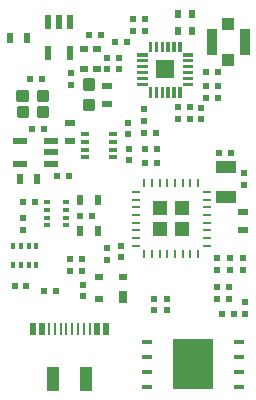
<source format=gbr>
G04 EAGLE Gerber RS-274X export*
G75*
%MOMM*%
%FSLAX34Y34*%
%LPD*%
%INSolderpaste Top*%
%IPPOS*%
%AMOC8*
5,1,8,0,0,1.08239X$1,22.5*%
G01*
%ADD10R,0.600000X0.500000*%
%ADD11R,0.600000X0.900000*%
%ADD12R,0.900000X0.600000*%
%ADD13R,0.500000X0.600000*%
%ADD14R,1.800000X1.000000*%
%ADD15R,0.700000X0.250000*%
%ADD16R,0.250000X0.700000*%
%ADD17R,1.300000X1.300000*%
%ADD18R,0.711200X1.016000*%
%ADD19R,0.685800X0.609600*%
%ADD20R,1.580000X1.580000*%
%ADD21C,0.067500*%
%ADD22R,0.850000X2.200000*%
%ADD23R,1.000000X1.050000*%
%ADD24R,0.600000X0.800000*%
%ADD25C,0.300000*%
%ADD26R,0.520000X1.000000*%
%ADD27R,0.270000X1.000000*%
%ADD28R,1.000000X2.000000*%
%ADD29R,0.750000X0.600000*%
%ADD30R,1.200000X0.550000*%
%ADD31R,0.800000X0.450000*%
%ADD32R,0.450000X0.600000*%
%ADD33R,0.600000X0.450000*%
%ADD34R,0.550000X1.200000*%
%ADD35R,0.950000X0.450000*%
%ADD36R,3.450000X4.350000*%


D10*
X213140Y81150D03*
X213140Y91150D03*
D11*
X88842Y177359D03*
X73842Y177359D03*
D10*
X147200Y94195D03*
X147200Y84195D03*
X189960Y128520D03*
X189960Y118520D03*
X200520Y128520D03*
X200520Y118520D03*
D12*
X211420Y152620D03*
X211420Y167620D03*
D10*
X136340Y94195D03*
X136340Y84195D03*
X211680Y128620D03*
X211680Y118620D03*
D13*
X83759Y164582D03*
X73759Y164582D03*
D11*
X88867Y151621D03*
X73867Y151621D03*
D10*
X212780Y190680D03*
X212780Y200680D03*
D13*
X191780Y217520D03*
X201780Y217520D03*
D14*
X197280Y205520D03*
X197280Y180520D03*
D15*
X180840Y139110D03*
X180840Y145610D03*
X180840Y152110D03*
X180840Y158610D03*
X180840Y165110D03*
X180840Y171610D03*
X180840Y178110D03*
X180840Y184610D03*
D16*
X173590Y191860D03*
X167090Y191860D03*
X160590Y191860D03*
X154090Y191860D03*
X147590Y191860D03*
X141090Y191860D03*
X134590Y191860D03*
X128090Y191860D03*
D15*
X120840Y184610D03*
X120840Y178110D03*
X120840Y171610D03*
X120840Y165110D03*
X120840Y158610D03*
X120840Y152110D03*
X120840Y145610D03*
X120840Y139110D03*
D16*
X128090Y131860D03*
X134590Y131860D03*
X141090Y131860D03*
X147590Y131860D03*
X154090Y131860D03*
X160590Y131860D03*
X167090Y131860D03*
X173590Y131860D03*
D17*
X159840Y152860D03*
X159840Y170860D03*
X141840Y170860D03*
X141840Y152860D03*
D18*
X110330Y95880D03*
D19*
X110330Y112898D03*
X90010Y112898D03*
X90010Y94102D03*
D13*
X103590Y311640D03*
X113590Y311640D03*
D20*
X145405Y288530D03*
D21*
X160792Y277043D02*
X168718Y277043D01*
X168718Y275017D01*
X160792Y275017D01*
X160792Y277043D01*
X160792Y275658D02*
X168718Y275658D01*
X168718Y276299D02*
X160792Y276299D01*
X160792Y276940D02*
X168718Y276940D01*
X168718Y282043D02*
X160792Y282043D01*
X168718Y282043D02*
X168718Y280017D01*
X160792Y280017D01*
X160792Y282043D01*
X160792Y280658D02*
X168718Y280658D01*
X168718Y281299D02*
X160792Y281299D01*
X160792Y281940D02*
X168718Y281940D01*
X168718Y287043D02*
X160792Y287043D01*
X168718Y287043D02*
X168718Y285017D01*
X160792Y285017D01*
X160792Y287043D01*
X160792Y285658D02*
X168718Y285658D01*
X168718Y286299D02*
X160792Y286299D01*
X160792Y286940D02*
X168718Y286940D01*
X168718Y292043D02*
X160792Y292043D01*
X168718Y292043D02*
X168718Y290017D01*
X160792Y290017D01*
X160792Y292043D01*
X160792Y290658D02*
X168718Y290658D01*
X168718Y291299D02*
X160792Y291299D01*
X160792Y291940D02*
X168718Y291940D01*
X168718Y297043D02*
X160792Y297043D01*
X168718Y297043D02*
X168718Y295017D01*
X160792Y295017D01*
X160792Y297043D01*
X160792Y295658D02*
X168718Y295658D01*
X168718Y296299D02*
X160792Y296299D01*
X160792Y296940D02*
X168718Y296940D01*
X168718Y302043D02*
X160792Y302043D01*
X168718Y302043D02*
X168718Y300017D01*
X160792Y300017D01*
X160792Y302043D01*
X160792Y300658D02*
X168718Y300658D01*
X168718Y301299D02*
X160792Y301299D01*
X160792Y301940D02*
X168718Y301940D01*
X156892Y303917D02*
X156892Y311843D01*
X158918Y311843D01*
X158918Y303917D01*
X156892Y303917D01*
X156892Y304558D02*
X158918Y304558D01*
X158918Y305199D02*
X156892Y305199D01*
X156892Y305840D02*
X158918Y305840D01*
X158918Y306481D02*
X156892Y306481D01*
X156892Y307122D02*
X158918Y307122D01*
X158918Y307763D02*
X156892Y307763D01*
X156892Y308404D02*
X158918Y308404D01*
X158918Y309045D02*
X156892Y309045D01*
X156892Y309686D02*
X158918Y309686D01*
X158918Y310327D02*
X156892Y310327D01*
X156892Y310968D02*
X158918Y310968D01*
X158918Y311609D02*
X156892Y311609D01*
X151892Y311843D02*
X151892Y303917D01*
X151892Y311843D02*
X153918Y311843D01*
X153918Y303917D01*
X151892Y303917D01*
X151892Y304558D02*
X153918Y304558D01*
X153918Y305199D02*
X151892Y305199D01*
X151892Y305840D02*
X153918Y305840D01*
X153918Y306481D02*
X151892Y306481D01*
X151892Y307122D02*
X153918Y307122D01*
X153918Y307763D02*
X151892Y307763D01*
X151892Y308404D02*
X153918Y308404D01*
X153918Y309045D02*
X151892Y309045D01*
X151892Y309686D02*
X153918Y309686D01*
X153918Y310327D02*
X151892Y310327D01*
X151892Y310968D02*
X153918Y310968D01*
X153918Y311609D02*
X151892Y311609D01*
X146892Y311843D02*
X146892Y303917D01*
X146892Y311843D02*
X148918Y311843D01*
X148918Y303917D01*
X146892Y303917D01*
X146892Y304558D02*
X148918Y304558D01*
X148918Y305199D02*
X146892Y305199D01*
X146892Y305840D02*
X148918Y305840D01*
X148918Y306481D02*
X146892Y306481D01*
X146892Y307122D02*
X148918Y307122D01*
X148918Y307763D02*
X146892Y307763D01*
X146892Y308404D02*
X148918Y308404D01*
X148918Y309045D02*
X146892Y309045D01*
X146892Y309686D02*
X148918Y309686D01*
X148918Y310327D02*
X146892Y310327D01*
X146892Y310968D02*
X148918Y310968D01*
X148918Y311609D02*
X146892Y311609D01*
X141892Y311843D02*
X141892Y303917D01*
X141892Y311843D02*
X143918Y311843D01*
X143918Y303917D01*
X141892Y303917D01*
X141892Y304558D02*
X143918Y304558D01*
X143918Y305199D02*
X141892Y305199D01*
X141892Y305840D02*
X143918Y305840D01*
X143918Y306481D02*
X141892Y306481D01*
X141892Y307122D02*
X143918Y307122D01*
X143918Y307763D02*
X141892Y307763D01*
X141892Y308404D02*
X143918Y308404D01*
X143918Y309045D02*
X141892Y309045D01*
X141892Y309686D02*
X143918Y309686D01*
X143918Y310327D02*
X141892Y310327D01*
X141892Y310968D02*
X143918Y310968D01*
X143918Y311609D02*
X141892Y311609D01*
X136892Y311843D02*
X136892Y303917D01*
X136892Y311843D02*
X138918Y311843D01*
X138918Y303917D01*
X136892Y303917D01*
X136892Y304558D02*
X138918Y304558D01*
X138918Y305199D02*
X136892Y305199D01*
X136892Y305840D02*
X138918Y305840D01*
X138918Y306481D02*
X136892Y306481D01*
X136892Y307122D02*
X138918Y307122D01*
X138918Y307763D02*
X136892Y307763D01*
X136892Y308404D02*
X138918Y308404D01*
X138918Y309045D02*
X136892Y309045D01*
X136892Y309686D02*
X138918Y309686D01*
X138918Y310327D02*
X136892Y310327D01*
X136892Y310968D02*
X138918Y310968D01*
X138918Y311609D02*
X136892Y311609D01*
X131892Y311843D02*
X131892Y303917D01*
X131892Y311843D02*
X133918Y311843D01*
X133918Y303917D01*
X131892Y303917D01*
X131892Y304558D02*
X133918Y304558D01*
X133918Y305199D02*
X131892Y305199D01*
X131892Y305840D02*
X133918Y305840D01*
X133918Y306481D02*
X131892Y306481D01*
X131892Y307122D02*
X133918Y307122D01*
X133918Y307763D02*
X131892Y307763D01*
X131892Y308404D02*
X133918Y308404D01*
X133918Y309045D02*
X131892Y309045D01*
X131892Y309686D02*
X133918Y309686D01*
X133918Y310327D02*
X131892Y310327D01*
X131892Y310968D02*
X133918Y310968D01*
X133918Y311609D02*
X131892Y311609D01*
X130018Y302043D02*
X122092Y302043D01*
X130018Y302043D02*
X130018Y300017D01*
X122092Y300017D01*
X122092Y302043D01*
X122092Y300658D02*
X130018Y300658D01*
X130018Y301299D02*
X122092Y301299D01*
X122092Y301940D02*
X130018Y301940D01*
X130018Y297043D02*
X122092Y297043D01*
X130018Y297043D02*
X130018Y295017D01*
X122092Y295017D01*
X122092Y297043D01*
X122092Y295658D02*
X130018Y295658D01*
X130018Y296299D02*
X122092Y296299D01*
X122092Y296940D02*
X130018Y296940D01*
X130018Y292043D02*
X122092Y292043D01*
X130018Y292043D02*
X130018Y290017D01*
X122092Y290017D01*
X122092Y292043D01*
X122092Y290658D02*
X130018Y290658D01*
X130018Y291299D02*
X122092Y291299D01*
X122092Y291940D02*
X130018Y291940D01*
X130018Y287043D02*
X122092Y287043D01*
X130018Y287043D02*
X130018Y285017D01*
X122092Y285017D01*
X122092Y287043D01*
X122092Y285658D02*
X130018Y285658D01*
X130018Y286299D02*
X122092Y286299D01*
X122092Y286940D02*
X130018Y286940D01*
X130018Y282043D02*
X122092Y282043D01*
X130018Y282043D02*
X130018Y280017D01*
X122092Y280017D01*
X122092Y282043D01*
X122092Y280658D02*
X130018Y280658D01*
X130018Y281299D02*
X122092Y281299D01*
X122092Y281940D02*
X130018Y281940D01*
X130018Y277043D02*
X122092Y277043D01*
X130018Y277043D02*
X130018Y275017D01*
X122092Y275017D01*
X122092Y277043D01*
X122092Y275658D02*
X130018Y275658D01*
X130018Y276299D02*
X122092Y276299D01*
X122092Y276940D02*
X130018Y276940D01*
X131892Y273143D02*
X131892Y265217D01*
X131892Y273143D02*
X133918Y273143D01*
X133918Y265217D01*
X131892Y265217D01*
X131892Y265858D02*
X133918Y265858D01*
X133918Y266499D02*
X131892Y266499D01*
X131892Y267140D02*
X133918Y267140D01*
X133918Y267781D02*
X131892Y267781D01*
X131892Y268422D02*
X133918Y268422D01*
X133918Y269063D02*
X131892Y269063D01*
X131892Y269704D02*
X133918Y269704D01*
X133918Y270345D02*
X131892Y270345D01*
X131892Y270986D02*
X133918Y270986D01*
X133918Y271627D02*
X131892Y271627D01*
X131892Y272268D02*
X133918Y272268D01*
X133918Y272909D02*
X131892Y272909D01*
X136892Y273143D02*
X136892Y265217D01*
X136892Y273143D02*
X138918Y273143D01*
X138918Y265217D01*
X136892Y265217D01*
X136892Y265858D02*
X138918Y265858D01*
X138918Y266499D02*
X136892Y266499D01*
X136892Y267140D02*
X138918Y267140D01*
X138918Y267781D02*
X136892Y267781D01*
X136892Y268422D02*
X138918Y268422D01*
X138918Y269063D02*
X136892Y269063D01*
X136892Y269704D02*
X138918Y269704D01*
X138918Y270345D02*
X136892Y270345D01*
X136892Y270986D02*
X138918Y270986D01*
X138918Y271627D02*
X136892Y271627D01*
X136892Y272268D02*
X138918Y272268D01*
X138918Y272909D02*
X136892Y272909D01*
X141892Y273143D02*
X141892Y265217D01*
X141892Y273143D02*
X143918Y273143D01*
X143918Y265217D01*
X141892Y265217D01*
X141892Y265858D02*
X143918Y265858D01*
X143918Y266499D02*
X141892Y266499D01*
X141892Y267140D02*
X143918Y267140D01*
X143918Y267781D02*
X141892Y267781D01*
X141892Y268422D02*
X143918Y268422D01*
X143918Y269063D02*
X141892Y269063D01*
X141892Y269704D02*
X143918Y269704D01*
X143918Y270345D02*
X141892Y270345D01*
X141892Y270986D02*
X143918Y270986D01*
X143918Y271627D02*
X141892Y271627D01*
X141892Y272268D02*
X143918Y272268D01*
X143918Y272909D02*
X141892Y272909D01*
X146892Y273143D02*
X146892Y265217D01*
X146892Y273143D02*
X148918Y273143D01*
X148918Y265217D01*
X146892Y265217D01*
X146892Y265858D02*
X148918Y265858D01*
X148918Y266499D02*
X146892Y266499D01*
X146892Y267140D02*
X148918Y267140D01*
X148918Y267781D02*
X146892Y267781D01*
X146892Y268422D02*
X148918Y268422D01*
X148918Y269063D02*
X146892Y269063D01*
X146892Y269704D02*
X148918Y269704D01*
X148918Y270345D02*
X146892Y270345D01*
X146892Y270986D02*
X148918Y270986D01*
X148918Y271627D02*
X146892Y271627D01*
X146892Y272268D02*
X148918Y272268D01*
X148918Y272909D02*
X146892Y272909D01*
X151892Y273143D02*
X151892Y265217D01*
X151892Y273143D02*
X153918Y273143D01*
X153918Y265217D01*
X151892Y265217D01*
X151892Y265858D02*
X153918Y265858D01*
X153918Y266499D02*
X151892Y266499D01*
X151892Y267140D02*
X153918Y267140D01*
X153918Y267781D02*
X151892Y267781D01*
X151892Y268422D02*
X153918Y268422D01*
X153918Y269063D02*
X151892Y269063D01*
X151892Y269704D02*
X153918Y269704D01*
X153918Y270345D02*
X151892Y270345D01*
X151892Y270986D02*
X153918Y270986D01*
X153918Y271627D02*
X151892Y271627D01*
X151892Y272268D02*
X153918Y272268D01*
X153918Y272909D02*
X151892Y272909D01*
X156892Y273143D02*
X156892Y265217D01*
X156892Y273143D02*
X158918Y273143D01*
X158918Y265217D01*
X156892Y265217D01*
X156892Y265858D02*
X158918Y265858D01*
X158918Y266499D02*
X156892Y266499D01*
X156892Y267140D02*
X158918Y267140D01*
X158918Y267781D02*
X156892Y267781D01*
X156892Y268422D02*
X158918Y268422D01*
X158918Y269063D02*
X156892Y269063D01*
X156892Y269704D02*
X158918Y269704D01*
X158918Y270345D02*
X156892Y270345D01*
X156892Y270986D02*
X158918Y270986D01*
X158918Y271627D02*
X156892Y271627D01*
X156892Y272268D02*
X158918Y272268D01*
X158918Y272909D02*
X156892Y272909D01*
D13*
X118820Y330740D03*
X128820Y330740D03*
X106590Y288530D03*
X96590Y288530D03*
X106600Y298190D03*
X96600Y298190D03*
X128820Y321215D03*
X118820Y321215D03*
X167060Y256160D03*
X157060Y256160D03*
X167100Y246620D03*
X157100Y246620D03*
D10*
X175780Y245900D03*
X175780Y255900D03*
D13*
X190410Y264400D03*
X180410Y264400D03*
X180410Y285990D03*
X190410Y285990D03*
D22*
X213130Y311390D03*
X185630Y311390D03*
D23*
X199380Y296140D03*
X199380Y326640D03*
D24*
X156550Y320900D03*
X168550Y320900D03*
X168550Y334900D03*
X156550Y334900D03*
D13*
X180410Y274560D03*
X190410Y274560D03*
X199480Y104250D03*
X189480Y104250D03*
X199560Y94240D03*
X189560Y94240D03*
X204060Y81070D03*
X194060Y81070D03*
D25*
X46081Y262200D02*
X46081Y269200D01*
X46081Y262200D02*
X39081Y262200D01*
X39081Y269200D01*
X46081Y269200D01*
X46081Y265050D02*
X39081Y265050D01*
X39081Y267900D02*
X46081Y267900D01*
X28541Y269200D02*
X28541Y262200D01*
X21541Y262200D01*
X21541Y269200D01*
X28541Y269200D01*
X28541Y265050D02*
X21541Y265050D01*
X21541Y267900D02*
X28541Y267900D01*
X46174Y255580D02*
X46174Y248580D01*
X39174Y248580D01*
X39174Y255580D01*
X46174Y255580D01*
X46174Y251430D02*
X39174Y251430D01*
X39174Y254280D02*
X46174Y254280D01*
X28634Y255580D02*
X28634Y248580D01*
X21634Y248580D01*
X21634Y255580D01*
X28634Y255580D01*
X28634Y251430D02*
X21634Y251430D01*
X21634Y254280D02*
X28634Y254280D01*
D10*
X96533Y136791D03*
X96533Y126791D03*
X108645Y139181D03*
X108645Y129181D03*
D13*
X75368Y117895D03*
X65368Y117895D03*
X65121Y128150D03*
X75121Y128150D03*
X31608Y279855D03*
X41608Y279855D03*
X33202Y237828D03*
X43202Y237828D03*
D10*
X76536Y96021D03*
X76536Y106021D03*
D13*
X28360Y104590D03*
X18360Y104590D03*
X43106Y100592D03*
X53106Y100592D03*
D26*
X33760Y68450D03*
X41260Y68450D03*
D27*
X47260Y68450D03*
X52260Y68450D03*
X57260Y68450D03*
X62260Y68450D03*
X67260Y68450D03*
X72260Y68450D03*
X77260Y68450D03*
X82260Y68450D03*
D26*
X88260Y68450D03*
X95760Y68450D03*
D28*
X50760Y26450D03*
X78760Y26450D03*
D29*
X76850Y305150D03*
X76850Y288650D03*
X88150Y288650D03*
X88150Y305150D03*
D30*
X49210Y208470D03*
X49210Y217970D03*
X49210Y227470D03*
X23210Y227470D03*
X23210Y208470D03*
D12*
X65090Y227690D03*
X65090Y242690D03*
D11*
X22537Y195597D03*
X37537Y195597D03*
D31*
X101800Y213950D03*
X101800Y220450D03*
X101800Y226950D03*
X101800Y233450D03*
X77800Y233450D03*
X77800Y226950D03*
X77800Y220450D03*
X77800Y213950D03*
D10*
X115600Y221200D03*
X115600Y211200D03*
D13*
X128590Y220720D03*
X138590Y220720D03*
X128690Y209280D03*
X138690Y209280D03*
D10*
X114400Y243300D03*
X114400Y233300D03*
D13*
X128090Y234250D03*
X138090Y234250D03*
D10*
X128190Y244560D03*
X128190Y254560D03*
D32*
X17172Y122412D03*
X23672Y122412D03*
X30172Y122412D03*
X36672Y122412D03*
X36672Y138412D03*
X30172Y138412D03*
X23672Y138412D03*
X17172Y138412D03*
D33*
X61526Y156200D03*
X61526Y162700D03*
X61526Y169200D03*
X61526Y175700D03*
X45526Y175700D03*
X45526Y169200D03*
X45526Y162700D03*
X45526Y156200D03*
D13*
X35299Y175708D03*
X25299Y175708D03*
D10*
X25245Y162149D03*
X25245Y152149D03*
D13*
X64030Y197630D03*
X54030Y197630D03*
D34*
X65600Y328400D03*
X56100Y328400D03*
X46600Y328400D03*
X46600Y302400D03*
X65600Y302400D03*
D11*
X29133Y314740D03*
X14133Y314740D03*
D12*
X96500Y259400D03*
X96500Y274400D03*
D25*
X84900Y254430D02*
X77900Y254430D01*
X77900Y261430D01*
X84900Y261430D01*
X84900Y254430D01*
X84900Y257280D02*
X77900Y257280D01*
X77900Y260130D02*
X84900Y260130D01*
X84900Y271970D02*
X77900Y271970D01*
X77900Y278970D01*
X84900Y278970D01*
X84900Y271970D01*
X84900Y274820D02*
X77900Y274820D01*
X77900Y277670D02*
X84900Y277670D01*
D10*
X66000Y285500D03*
X66000Y275500D03*
D13*
X91200Y317200D03*
X81200Y317200D03*
D35*
X130720Y57910D03*
X130720Y45210D03*
X130720Y32510D03*
X130720Y19810D03*
X208720Y19810D03*
X208720Y32510D03*
X208720Y45210D03*
X208720Y57910D03*
D36*
X169720Y38860D03*
M02*

</source>
